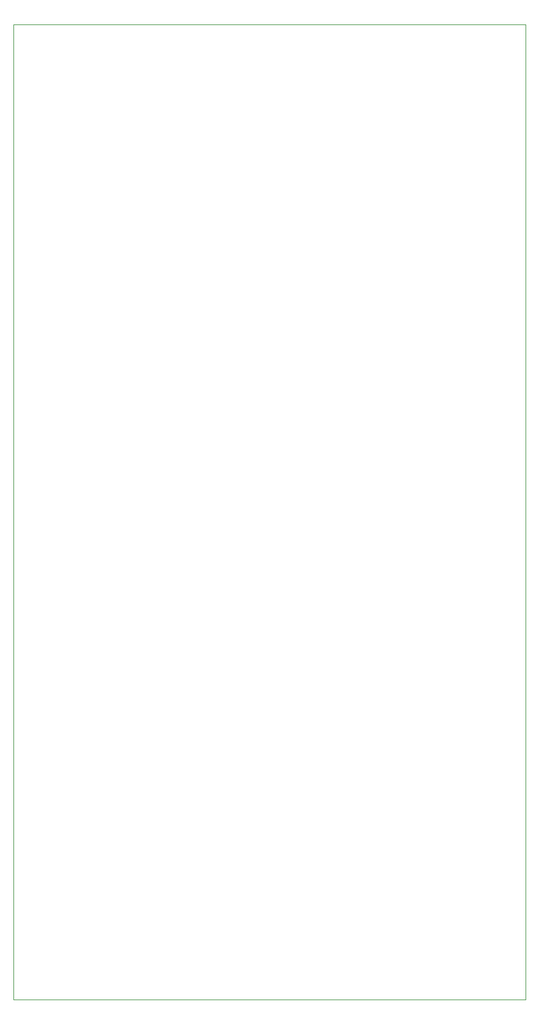
<source format=gbr>
G04 #@! TF.FileFunction,Profile,NP*
%FSLAX46Y46*%
G04 Gerber Fmt 4.6, Leading zero omitted, Abs format (unit mm)*
G04 Created by KiCad (PCBNEW 4.0.7) date Mon Nov 12 23:25:46 2018*
%MOMM*%
%LPD*%
G01*
G04 APERTURE LIST*
%ADD10C,0.100000*%
G04 APERTURE END LIST*
D10*
X160500000Y-23000000D02*
X103500000Y-23000000D01*
X103500000Y-103000000D02*
X103500000Y-23000000D01*
X103500000Y-110000000D02*
X103500000Y-109000000D01*
X103500000Y-158000000D02*
X103500000Y-110000000D01*
X164500000Y-158000000D02*
X103500000Y-158000000D01*
X174500000Y-158000000D02*
X166500000Y-158000000D01*
X174500000Y-23000000D02*
X163500000Y-23000000D01*
X174500000Y-109000000D02*
X174500000Y-158000000D01*
X174500000Y-23000000D02*
X174500000Y-103000000D01*
X163500000Y-23000000D02*
X160500000Y-23000000D01*
X164500000Y-158000000D02*
X166500000Y-158000000D01*
X103500000Y-109000000D02*
X103500000Y-103000000D01*
X174500000Y-109000000D02*
X174500000Y-103000000D01*
M02*

</source>
